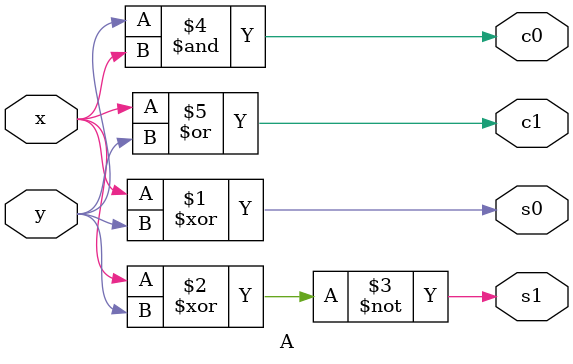
<source format=v>
module A(
    input x,y,
    output c1,c0,s1,s0
);
assign s0 = (x^y);
assign s1 = ~(x^y);
assign c0 = y&x;
assign c1 = x|y;
endmodule
</source>
